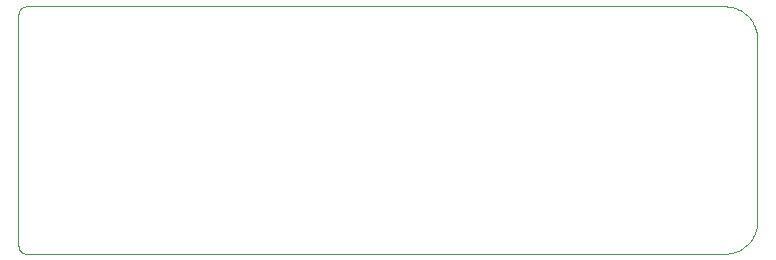
<source format=gbr>
%TF.GenerationSoftware,KiCad,Pcbnew,8.0.4*%
%TF.CreationDate,2025-01-25T23:18:53-05:00*%
%TF.ProjectId,catkeeb_devboard,6361746b-6565-4625-9f64-6576626f6172,rev?*%
%TF.SameCoordinates,Original*%
%TF.FileFunction,Profile,NP*%
%FSLAX46Y46*%
G04 Gerber Fmt 4.6, Leading zero omitted, Abs format (unit mm)*
G04 Created by KiCad (PCBNEW 8.0.4) date 2025-01-25 23:18:53*
%MOMM*%
%LPD*%
G01*
G04 APERTURE LIST*
%TA.AperFunction,Profile*%
%ADD10C,0.000000*%
%TD*%
G04 APERTURE END LIST*
D10*
X97138459Y-44631018D02*
X97279811Y-44641767D01*
X97419108Y-44659468D01*
X97556175Y-44683946D01*
X97690838Y-44715026D01*
X97822920Y-44752533D01*
X97952249Y-44796293D01*
X98078647Y-44846131D01*
X98201942Y-44901871D01*
X98321957Y-44963340D01*
X98438518Y-45030361D01*
X98551450Y-45102760D01*
X98660578Y-45180362D01*
X98765727Y-45262993D01*
X98866723Y-45350477D01*
X98963390Y-45442640D01*
X99055553Y-45539306D01*
X99143038Y-45640301D01*
X99225669Y-45745450D01*
X99303272Y-45854578D01*
X99375672Y-45967510D01*
X99442694Y-46084071D01*
X99504164Y-46204086D01*
X99559905Y-46327381D01*
X99609743Y-46453781D01*
X99653504Y-46583110D01*
X99691012Y-46715193D01*
X99722093Y-46849857D01*
X99746571Y-46986926D01*
X99764272Y-47126225D01*
X99775021Y-47267579D01*
X99778643Y-47410813D01*
X99778643Y-62789190D01*
X99775021Y-62932421D01*
X99764272Y-63073773D01*
X99746571Y-63213070D01*
X99722093Y-63350137D01*
X99691012Y-63484800D01*
X99653504Y-63616882D01*
X99609743Y-63746211D01*
X99559905Y-63872609D01*
X99504164Y-63995904D01*
X99442694Y-64115919D01*
X99375672Y-64232480D01*
X99303272Y-64345412D01*
X99225669Y-64454540D01*
X99143038Y-64559689D01*
X99055553Y-64660685D01*
X98963390Y-64757352D01*
X98866723Y-64849515D01*
X98765727Y-64937000D01*
X98660578Y-65019631D01*
X98551450Y-65097234D01*
X98438518Y-65169634D01*
X98321957Y-65236656D01*
X98201942Y-65298125D01*
X98078647Y-65353867D01*
X97952249Y-65403705D01*
X97822920Y-65447466D01*
X97690838Y-65484974D01*
X97556175Y-65516055D01*
X97419108Y-65540533D01*
X97279811Y-65558234D01*
X97138459Y-65568983D01*
X96995228Y-65572605D01*
X37917212Y-65572605D01*
X37881403Y-65571700D01*
X37846064Y-65569012D01*
X37811240Y-65564587D01*
X37776973Y-65558468D01*
X37743307Y-65550698D01*
X37710286Y-65541322D01*
X37677953Y-65530382D01*
X37646354Y-65517923D01*
X37615530Y-65503988D01*
X37585526Y-65488622D01*
X37556386Y-65471867D01*
X37528153Y-65453767D01*
X37500871Y-65434367D01*
X37474584Y-65413710D01*
X37449335Y-65391839D01*
X37425168Y-65368799D01*
X37402128Y-65344633D01*
X37380257Y-65319384D01*
X37359599Y-65293097D01*
X37340198Y-65265815D01*
X37322099Y-65237582D01*
X37305343Y-65208442D01*
X37289976Y-65178438D01*
X37276041Y-65147615D01*
X37263582Y-65116014D01*
X37252642Y-65083682D01*
X37243265Y-65050661D01*
X37235495Y-65016994D01*
X37229375Y-64982726D01*
X37224950Y-64947901D01*
X37222263Y-64912562D01*
X37221357Y-64876752D01*
X37221357Y-45323251D01*
X37222263Y-45287442D01*
X37224950Y-45252103D01*
X37229375Y-45217279D01*
X37235495Y-45183012D01*
X37243265Y-45149346D01*
X37252642Y-45116325D01*
X37263582Y-45083992D01*
X37276041Y-45052393D01*
X37289976Y-45021569D01*
X37305343Y-44991565D01*
X37322098Y-44962425D01*
X37340198Y-44934192D01*
X37359599Y-44906910D01*
X37380256Y-44880623D01*
X37402127Y-44855374D01*
X37425168Y-44831207D01*
X37449335Y-44808167D01*
X37474583Y-44786296D01*
X37500871Y-44765638D01*
X37528152Y-44746237D01*
X37556385Y-44728138D01*
X37585526Y-44711382D01*
X37615530Y-44696015D01*
X37646353Y-44682080D01*
X37677953Y-44669621D01*
X37710286Y-44658681D01*
X37743307Y-44649304D01*
X37776972Y-44641534D01*
X37811240Y-44635414D01*
X37846064Y-44630989D01*
X37881403Y-44628302D01*
X37917212Y-44627396D01*
X96995228Y-44627396D01*
X97138459Y-44631018D01*
M02*

</source>
